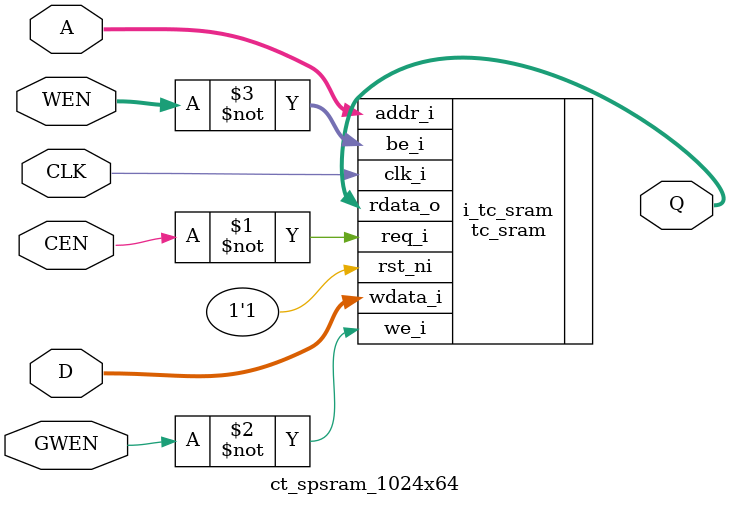
<source format=v>
/*Copyright 2019-2021 T-Head Semiconductor Co., Ltd.

Licensed under the Apache License, Version 2.0 (the "License");
you may not use this file except in compliance with the License.
You may obtain a copy of the License at

    http://www.apache.org/licenses/LICENSE-2.0

Unless required by applicable law or agreed to in writing, software
distributed under the License is distributed on an "AS IS" BASIS,
WITHOUT WARRANTIES OR CONDITIONS OF ANY KIND, either express or implied.
See the License for the specific language governing permissions and
limitations under the License.
*/

// &ModuleBeg; @22
module ct_spsram_1024x64(
  A,
  CEN,
  CLK,
  D,
  GWEN,
  Q,
  WEN
);

// &Ports; @23
input   [9 :0]  A;   
input           CEN; 
input           CLK; 
input   [63:0]  D;   
input           GWEN; 
input   [63:0]  WEN; 
output  [63:0]  Q;   

// &Regs; @24

// &Wires; @25
wire    [9 :0]  A;   
wire            CEN; 
wire            CLK; 
wire    [63:0]  D;   
wire            GWEN; 
wire    [63:0]  Q;   
wire    [63:0]  WEN; 

// &Depend("cpu_cfig.h"); @26
//**********************************************************
//                  Parameter Definition
//**********************************************************
parameter ADDR_WIDTH = 10;
parameter DATA_WIDTH = 64;
parameter WE_WIDTH   = 64;

// &Force("bus","Q",DATA_WIDTH-1,0); @34
// &Force("bus","WEN",WE_WIDTH-1,0); @35
// &Force("bus","A",ADDR_WIDTH-1,0); @36
// &Force("bus","D",DATA_WIDTH-1,0); @37

  //********************************************************
  //*                        FPGA memory                   *
  //********************************************************
  //{WEN[63:62],WEN[61:60],WEN[59:58],WEN[57:56],WEN[55:54],WEN[53:52],WEN[51:50],WEN[49:48],
  // WEN[47:46],WEN[45:44],WEN[43:42],WEN[41:40],WEN[39:38],WEN[37:36],WEN[35:34],WEN[33:32],
  // WEN[31:30],WEN[29:28],WEN[27:26],WEN[25:24],WEN[23:22],WEN[21:20],WEN[19:18],WEN[17:16],
  // WEN[15:14],WEN[13:12],WEN[11:10],WEN[ 9: 8],WEN[ 7: 6],WEN[ 5: 4],WEN[ 3: 2],WEN[ 1: 0]}
//   &Instance("ct_f_spsram_1024x64"); @47
tc_sram #(
  .NumWords   ( 1<<ADDR_WIDTH         ),
  .DataWidth  ( DATA_WIDTH            ),
  .ByteWidth  ( DATA_WIDTH/DATA_WIDTH ),
  .NumPorts   ( 32'd1 ),
  .Latency    ( 32'd1 ),
  .SimInit    ( "none"),
  .PrintSimCfg( 0     )
) i_tc_sram (
    .clk_i    ( CLK   ),
    .rst_ni   ( 1'b1  ),
    .req_i    ( ~CEN  ),
    .we_i     ( ~GWEN ),
    .be_i     ( ~WEN  ),
    .wdata_i  ( D     ),
    .addr_i   ( A     ),
    .rdata_o  ( Q     )
);

//   &Instance("ct_tsmc_spsram_1024x64"); @53

// &ModuleEnd; @69
endmodule



</source>
